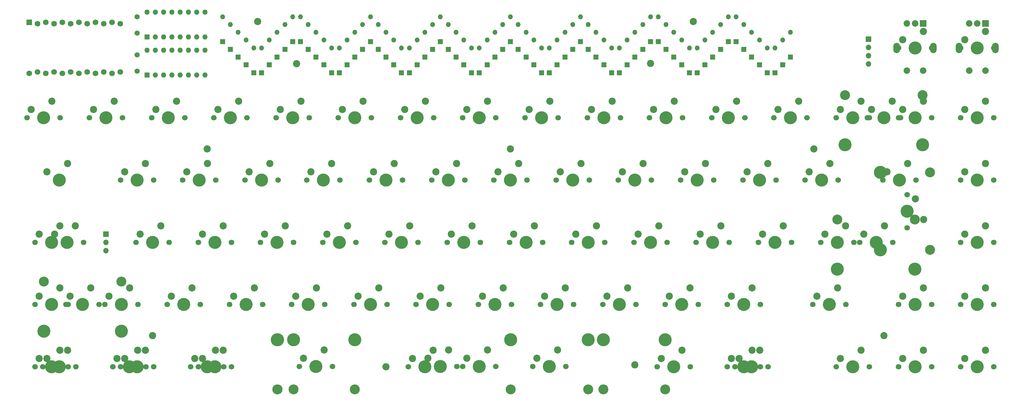
<source format=gbs>
G04 #@! TF.GenerationSoftware,KiCad,Pcbnew,(6.0.0-0)*
G04 #@! TF.CreationDate,2022-10-17T22:42:16+02:00*
G04 #@! TF.ProjectId,lagom,6c61676f-6d2e-46b6-9963-61645f706362,rev?*
G04 #@! TF.SameCoordinates,Original*
G04 #@! TF.FileFunction,Soldermask,Bot*
G04 #@! TF.FilePolarity,Negative*
%FSLAX46Y46*%
G04 Gerber Fmt 4.6, Leading zero omitted, Abs format (unit mm)*
G04 Created by KiCad (PCBNEW (6.0.0-0)) date 2022-10-17 22:42:16*
%MOMM*%
%LPD*%
G01*
G04 APERTURE LIST*
%ADD10C,4.000000*%
%ADD11C,1.700000*%
%ADD12C,2.200000*%
%ADD13C,1.600000*%
%ADD14C,3.050000*%
%ADD15R,1.500000X1.500000*%
%ADD16O,1.500000X1.500000*%
%ADD17R,1.600000X1.600000*%
%ADD18O,1.600000X1.600000*%
%ADD19R,1.700000X1.700000*%
%ADD20O,1.700000X1.700000*%
%ADD21O,2.000000X3.200000*%
%ADD22R,2.000000X2.000000*%
%ADD23C,2.000000*%
%ADD24R,1.752600X1.752600*%
%ADD25C,1.752600*%
G04 APERTURE END LIST*
D10*
X272175000Y-71625000D03*
D11*
X277255000Y-71625000D03*
X267095000Y-71625000D03*
D12*
X274715000Y-66545000D03*
X268365000Y-69085000D03*
D10*
X329475000Y-148025000D03*
D11*
X334555000Y-148025000D03*
X324395000Y-148025000D03*
D12*
X332015000Y-142945000D03*
X325665000Y-145485000D03*
D13*
X90725000Y-40587500D03*
X90725000Y-45587500D03*
D11*
X152952500Y-90725000D03*
X142792500Y-90725000D03*
D10*
X147872500Y-90725000D03*
D12*
X150412500Y-85645000D03*
X144062500Y-88185000D03*
D10*
X319925000Y-71625000D03*
X331825000Y-79865000D03*
D11*
X325005000Y-71625000D03*
D14*
X308025000Y-64625000D03*
D11*
X314845000Y-71625000D03*
D10*
X308025000Y-79865000D03*
D14*
X331825000Y-64625000D03*
D12*
X322465000Y-66545000D03*
X316115000Y-69085000D03*
D10*
X191000000Y-109825000D03*
D11*
X196080000Y-109825000D03*
X185920000Y-109825000D03*
D12*
X193540000Y-104745000D03*
X187190000Y-107285000D03*
D11*
X114905000Y-90725000D03*
X104745000Y-90725000D03*
D10*
X109825000Y-90725000D03*
D12*
X112365000Y-85645000D03*
X106015000Y-88185000D03*
D10*
X303212500Y-128925000D03*
D11*
X308292500Y-128925000D03*
X298132500Y-128925000D03*
D12*
X305752500Y-123845000D03*
X299402500Y-126385000D03*
D15*
X260237500Y-57757500D03*
D16*
X260237500Y-50137500D03*
D11*
X305295000Y-71625000D03*
D10*
X310375000Y-71625000D03*
D11*
X315455000Y-71625000D03*
D12*
X312915000Y-66545000D03*
X306565000Y-69085000D03*
D17*
X93762500Y-46775000D03*
D18*
X96302500Y-46775000D03*
X98842500Y-46775000D03*
X101382500Y-46775000D03*
X103922500Y-46775000D03*
X106462500Y-46775000D03*
X109002500Y-46775000D03*
X111542500Y-46775000D03*
X111542500Y-39155000D03*
X109002500Y-39155000D03*
X106462500Y-39155000D03*
X103922500Y-39155000D03*
X101382500Y-39155000D03*
X98842500Y-39155000D03*
X96302500Y-39155000D03*
X93762500Y-39155000D03*
D11*
X353655000Y-109825000D03*
X343495000Y-109825000D03*
D10*
X348575000Y-109825000D03*
D12*
X351115000Y-104745000D03*
X344765000Y-107285000D03*
D19*
X315175000Y-47445000D03*
D20*
X315175000Y-49985000D03*
X315175000Y-52525000D03*
X315175000Y-55065000D03*
D15*
X288887500Y-55370000D03*
D16*
X288887500Y-47750000D03*
D15*
X219650000Y-55370000D03*
D16*
X219650000Y-47750000D03*
D15*
X212487500Y-55370000D03*
D16*
X212487500Y-47750000D03*
D12*
X112212500Y-81175000D03*
X248300000Y-54912500D03*
D11*
X110130000Y-128925000D03*
X99970000Y-128925000D03*
D10*
X105050000Y-128925000D03*
D12*
X107590000Y-123845000D03*
X101240000Y-126385000D03*
D15*
X157575000Y-52982500D03*
D16*
X157575000Y-45362500D03*
D15*
X210100000Y-52982500D03*
D16*
X210100000Y-45362500D03*
D11*
X291580000Y-109825000D03*
D10*
X286500000Y-109825000D03*
D11*
X281420000Y-109825000D03*
D12*
X289040000Y-104745000D03*
X282690000Y-107285000D03*
D17*
X93762500Y-58487500D03*
D18*
X96302500Y-58487500D03*
X98842500Y-58487500D03*
X101382500Y-58487500D03*
X103922500Y-58487500D03*
X106462500Y-58487500D03*
X109002500Y-58487500D03*
X111542500Y-58487500D03*
X111542500Y-50867500D03*
X109002500Y-50867500D03*
X106462500Y-50867500D03*
X103922500Y-50867500D03*
X101382500Y-50867500D03*
X98842500Y-50867500D03*
X96302500Y-50867500D03*
X93762500Y-50867500D03*
D12*
X298437500Y-81175000D03*
D15*
X243525000Y-52982500D03*
D16*
X243525000Y-45362500D03*
D15*
X286500000Y-57757500D03*
D16*
X286500000Y-50137500D03*
D11*
X167430000Y-128925000D03*
D10*
X162350000Y-128925000D03*
D11*
X157270000Y-128925000D03*
D12*
X164890000Y-123845000D03*
X158540000Y-126385000D03*
D11*
X162045000Y-90725000D03*
X172205000Y-90725000D03*
D10*
X167125000Y-90725000D03*
D12*
X169665000Y-85645000D03*
X163315000Y-88185000D03*
D11*
X56995000Y-71625000D03*
X67155000Y-71625000D03*
D10*
X62075000Y-71625000D03*
D12*
X64615000Y-66545000D03*
X58265000Y-69085000D03*
D10*
X119375000Y-71625000D03*
D11*
X124455000Y-71625000D03*
X114295000Y-71625000D03*
D12*
X121915000Y-66545000D03*
X115565000Y-69085000D03*
D11*
X59382500Y-128925000D03*
X69542500Y-128925000D03*
D10*
X64462500Y-128925000D03*
D12*
X67002500Y-123845000D03*
X60652500Y-126385000D03*
D15*
X253075000Y-50595000D03*
D16*
X253075000Y-42975000D03*
D12*
X205325000Y-81175000D03*
D11*
X271870000Y-148025000D03*
D10*
X276950000Y-148025000D03*
D11*
X282030000Y-148025000D03*
D12*
X279490000Y-142945000D03*
X273140000Y-145485000D03*
D15*
X248300000Y-48207500D03*
D16*
X248300000Y-40587500D03*
D15*
X167125000Y-52982500D03*
D16*
X167125000Y-45362500D03*
D11*
X305905000Y-90725000D03*
X295745000Y-90725000D03*
D10*
X300825000Y-90725000D03*
D12*
X303365000Y-85645000D03*
X297015000Y-88185000D03*
D11*
X138780000Y-109825000D03*
X128620000Y-109825000D03*
D10*
X133700000Y-109825000D03*
D12*
X136240000Y-104745000D03*
X129890000Y-107285000D03*
D15*
X124150000Y-55370000D03*
D16*
X124150000Y-47750000D03*
D10*
X114600000Y-148025000D03*
D11*
X119680000Y-148025000D03*
X109520000Y-148025000D03*
D12*
X117140000Y-142945000D03*
X110790000Y-145485000D03*
D15*
X121762500Y-52982500D03*
D16*
X121762500Y-45362500D03*
D10*
X152800000Y-109825000D03*
D11*
X157880000Y-109825000D03*
X147720000Y-109825000D03*
D12*
X155340000Y-104745000D03*
X148990000Y-107285000D03*
D14*
X157537500Y-155000000D03*
D11*
X140557500Y-148000000D03*
D14*
X133737500Y-155000000D03*
D10*
X157537500Y-139760000D03*
X133737500Y-139760000D03*
X145637500Y-148000000D03*
D11*
X150717500Y-148000000D03*
D12*
X148177500Y-142920000D03*
X141827500Y-145460000D03*
D10*
X157575000Y-71625000D03*
D11*
X152495000Y-71625000D03*
X162655000Y-71625000D03*
D12*
X160115000Y-66545000D03*
X153765000Y-69085000D03*
D15*
X152800000Y-57757500D03*
D16*
X152800000Y-50137500D03*
D11*
X107138750Y-148025000D03*
D10*
X112218750Y-148025000D03*
D11*
X117298750Y-148025000D03*
D12*
X114758750Y-142945000D03*
X108408750Y-145485000D03*
X95500000Y-138480000D03*
D10*
X233975000Y-71625000D03*
D11*
X239055000Y-71625000D03*
X228895000Y-71625000D03*
D12*
X236515000Y-66545000D03*
X230165000Y-69085000D03*
D15*
X164737500Y-50595000D03*
D16*
X164737500Y-42975000D03*
D11*
X91030000Y-128925000D03*
X80870000Y-128925000D03*
D10*
X85950000Y-128925000D03*
D12*
X88490000Y-123845000D03*
X82140000Y-126385000D03*
D11*
X76095000Y-71625000D03*
D10*
X81175000Y-71625000D03*
D11*
X86255000Y-71625000D03*
D12*
X83715000Y-66545000D03*
X77365000Y-69085000D03*
D15*
X179062500Y-52982500D03*
D16*
X179062500Y-45362500D03*
D12*
X127750000Y-42020000D03*
D15*
X193387500Y-57757500D03*
D16*
X193387500Y-50137500D03*
D11*
X191305000Y-90725000D03*
X181145000Y-90725000D03*
D10*
X186225000Y-90725000D03*
D12*
X188765000Y-85645000D03*
X182415000Y-88185000D03*
D15*
X140862500Y-48207500D03*
D16*
X140862500Y-40587500D03*
D15*
X195775000Y-57757500D03*
D16*
X195775000Y-50137500D03*
D11*
X171595000Y-71625000D03*
X181755000Y-71625000D03*
D10*
X176675000Y-71625000D03*
D12*
X179215000Y-66545000D03*
X172865000Y-69085000D03*
D15*
X272175000Y-48207500D03*
D16*
X272175000Y-40587500D03*
D15*
X276950000Y-50595000D03*
D16*
X276950000Y-42975000D03*
D15*
X176675000Y-55370000D03*
D16*
X176675000Y-47750000D03*
D10*
X348575000Y-128925000D03*
D11*
X343495000Y-128925000D03*
X353655000Y-128925000D03*
D12*
X351115000Y-123845000D03*
X344765000Y-126385000D03*
D11*
X176980000Y-109825000D03*
X166820000Y-109825000D03*
D10*
X171900000Y-109825000D03*
D12*
X174440000Y-104745000D03*
X168090000Y-107285000D03*
D15*
X241137500Y-55370000D03*
D16*
X241137500Y-47750000D03*
D15*
X138475000Y-48207500D03*
D16*
X138475000Y-40587500D03*
D11*
X178757500Y-148000000D03*
D10*
X183837500Y-148000000D03*
D14*
X233837500Y-155000000D03*
X133837500Y-155000000D03*
D10*
X133837500Y-139760000D03*
D11*
X188917500Y-148000000D03*
D10*
X233837500Y-139760000D03*
D12*
X186377500Y-142920000D03*
X180027500Y-145460000D03*
D11*
X262930000Y-128925000D03*
D10*
X257850000Y-128925000D03*
D11*
X252770000Y-128925000D03*
D12*
X260390000Y-123845000D03*
X254040000Y-126385000D03*
D11*
X286195000Y-71625000D03*
D10*
X291275000Y-71625000D03*
D11*
X296355000Y-71625000D03*
D12*
X293815000Y-66545000D03*
X287465000Y-69085000D03*
X243525000Y-147462000D03*
D15*
X231587500Y-52982500D03*
D16*
X231587500Y-45362500D03*
D10*
X329475000Y-50137500D03*
D11*
X324395000Y-50137500D03*
X334555000Y-50137500D03*
D12*
X332015000Y-45057500D03*
X325665000Y-47597500D03*
D11*
X186530000Y-128925000D03*
X176370000Y-128925000D03*
D10*
X181450000Y-128925000D03*
D12*
X183990000Y-123845000D03*
X177640000Y-126385000D03*
D15*
X145637500Y-52982500D03*
D16*
X145637500Y-45362500D03*
D15*
X265012500Y-55370000D03*
D16*
X265012500Y-47750000D03*
D15*
X214875000Y-57757500D03*
D16*
X214875000Y-50137500D03*
D10*
X348575000Y-50137500D03*
D11*
X343495000Y-50137500D03*
X353655000Y-50137500D03*
D12*
X351115000Y-45057500D03*
X344765000Y-47597500D03*
D15*
X148025000Y-55370000D03*
D16*
X148025000Y-47750000D03*
D15*
X198162500Y-55370000D03*
D16*
X198162500Y-47750000D03*
D11*
X324395000Y-128925000D03*
D10*
X329475000Y-128925000D03*
D11*
X334555000Y-128925000D03*
D12*
X332015000Y-123845000D03*
X325665000Y-126385000D03*
D11*
X315455000Y-148025000D03*
X305295000Y-148025000D03*
D10*
X310375000Y-148025000D03*
D12*
X312915000Y-142945000D03*
X306565000Y-145485000D03*
D10*
X255462500Y-148025000D03*
D11*
X260542500Y-148025000D03*
X250382500Y-148025000D03*
D12*
X258002500Y-142945000D03*
X251652500Y-145485000D03*
D15*
X269787500Y-50595000D03*
D16*
X269787500Y-42975000D03*
D11*
X133395000Y-71625000D03*
X143555000Y-71625000D03*
D10*
X138475000Y-71625000D03*
D12*
X141015000Y-66545000D03*
X134665000Y-69085000D03*
D10*
X248300000Y-109825000D03*
D11*
X253380000Y-109825000D03*
X243220000Y-109825000D03*
D12*
X250840000Y-104745000D03*
X244490000Y-107285000D03*
D15*
X200550000Y-52982500D03*
D16*
X200550000Y-45362500D03*
D15*
X255462500Y-52982500D03*
D16*
X255462500Y-45362500D03*
D15*
X191000000Y-55370000D03*
D16*
X191000000Y-47750000D03*
D11*
X93417500Y-148025000D03*
D10*
X88337500Y-148025000D03*
D11*
X83257500Y-148025000D03*
D12*
X90877500Y-142945000D03*
X84527500Y-145485000D03*
D15*
X186225000Y-50595000D03*
D16*
X186225000Y-42975000D03*
D11*
X243830000Y-128925000D03*
D10*
X238750000Y-128925000D03*
D11*
X233670000Y-128925000D03*
D12*
X241290000Y-123845000D03*
X234940000Y-126385000D03*
D15*
X162350000Y-48207500D03*
D16*
X162350000Y-40587500D03*
D15*
X279337500Y-52982500D03*
D16*
X279337500Y-45362500D03*
D10*
X305600000Y-109825000D03*
D11*
X300520000Y-109825000D03*
X310680000Y-109825000D03*
D12*
X308140000Y-104745000D03*
X301790000Y-107285000D03*
D11*
X324395000Y-71625000D03*
D10*
X329475000Y-71625000D03*
D11*
X334555000Y-71625000D03*
D12*
X332015000Y-66545000D03*
X325665000Y-69085000D03*
D10*
X348575000Y-71625000D03*
D11*
X353655000Y-71625000D03*
X343495000Y-71625000D03*
D12*
X351115000Y-66545000D03*
X344765000Y-69085000D03*
D15*
X171900000Y-57757500D03*
D16*
X171900000Y-50137500D03*
D15*
X217262500Y-57757500D03*
D16*
X217262500Y-50137500D03*
D10*
X143250000Y-128925000D03*
D11*
X138170000Y-128925000D03*
X148330000Y-128925000D03*
D12*
X145790000Y-123845000D03*
X139440000Y-126385000D03*
X319925000Y-138475000D03*
X167125000Y-148025000D03*
D11*
X329780000Y-90725000D03*
D10*
X324700000Y-90725000D03*
D11*
X319620000Y-90725000D03*
D12*
X327240000Y-85645000D03*
X320890000Y-88185000D03*
D10*
X318847500Y-112175000D03*
D11*
X327087500Y-105355000D03*
D14*
X334087500Y-112175000D03*
X334087500Y-88375000D03*
D11*
X327087500Y-95195000D03*
D10*
X327087500Y-100275000D03*
X318847500Y-88375000D03*
D12*
X332167500Y-102815000D03*
X329627500Y-96465000D03*
D15*
X133700000Y-52982500D03*
D16*
X133700000Y-45362500D03*
D15*
X224425000Y-50595000D03*
D16*
X224425000Y-42975000D03*
D10*
X317537500Y-109825000D03*
D14*
X305637500Y-102825000D03*
D10*
X329437500Y-118065000D03*
D14*
X329437500Y-102825000D03*
D11*
X322617500Y-109825000D03*
D10*
X305637500Y-118065000D03*
D11*
X312457500Y-109825000D03*
D12*
X320077500Y-104745000D03*
X313727500Y-107285000D03*
D11*
X247995000Y-71625000D03*
D10*
X253075000Y-71625000D03*
D11*
X258155000Y-71625000D03*
D12*
X255615000Y-66545000D03*
X249265000Y-69085000D03*
D10*
X100275000Y-71625000D03*
D11*
X105355000Y-71625000D03*
X95195000Y-71625000D03*
D12*
X102815000Y-66545000D03*
X96465000Y-69085000D03*
D15*
X233975000Y-55370000D03*
D16*
X233975000Y-47750000D03*
D11*
X100580000Y-109825000D03*
X90420000Y-109825000D03*
D10*
X95500000Y-109825000D03*
D12*
X98040000Y-104745000D03*
X91690000Y-107285000D03*
D15*
X262625000Y-57757500D03*
D16*
X262625000Y-50137500D03*
D10*
X219650000Y-128925000D03*
D11*
X224730000Y-128925000D03*
X214570000Y-128925000D03*
D12*
X222190000Y-123845000D03*
X215840000Y-126385000D03*
X261460000Y-42020000D03*
D11*
X190695000Y-71625000D03*
X200855000Y-71625000D03*
D10*
X195775000Y-71625000D03*
D12*
X198315000Y-66545000D03*
X191965000Y-69085000D03*
D15*
X250687500Y-48207500D03*
D16*
X250687500Y-40587500D03*
D21*
X323875000Y-50137500D03*
X335075000Y-50137500D03*
D22*
X331975000Y-42637500D03*
D23*
X326975000Y-42637500D03*
X329475000Y-42637500D03*
X326975000Y-57137500D03*
X331975000Y-57137500D03*
D21*
X342975000Y-50137500D03*
X354175000Y-50137500D03*
D22*
X351075000Y-42637500D03*
D23*
X346075000Y-42637500D03*
X348575000Y-42637500D03*
X346075000Y-57137500D03*
X351075000Y-57137500D03*
D15*
X202937500Y-50595000D03*
D16*
X202937500Y-42975000D03*
D15*
X116987500Y-48207500D03*
D16*
X116987500Y-40587500D03*
D10*
X124150000Y-128925000D03*
D11*
X119070000Y-128925000D03*
X129230000Y-128925000D03*
D12*
X126690000Y-123845000D03*
X120340000Y-126385000D03*
D11*
X219955000Y-71625000D03*
D10*
X214875000Y-71625000D03*
D11*
X209795000Y-71625000D03*
D12*
X217415000Y-66545000D03*
X211065000Y-69085000D03*
D15*
X205325000Y-48207500D03*
D16*
X205325000Y-40587500D03*
D15*
X143250000Y-50595000D03*
D16*
X143250000Y-42975000D03*
D11*
X286805000Y-90725000D03*
X276645000Y-90725000D03*
D10*
X281725000Y-90725000D03*
D12*
X284265000Y-85645000D03*
X277915000Y-88185000D03*
D11*
X257545000Y-90725000D03*
X267705000Y-90725000D03*
D10*
X262625000Y-90725000D03*
D12*
X265165000Y-85645000D03*
X258815000Y-88185000D03*
D11*
X59382500Y-109825000D03*
X69542500Y-109825000D03*
D10*
X64462500Y-109825000D03*
D12*
X67002500Y-104745000D03*
X60652500Y-107285000D03*
D15*
X131312500Y-55370000D03*
D16*
X131312500Y-47750000D03*
D11*
X190695000Y-148000000D03*
D14*
X138775000Y-155000000D03*
D10*
X195775000Y-148000000D03*
D11*
X200855000Y-148000000D03*
D14*
X252775000Y-155000000D03*
D10*
X138775000Y-139760000D03*
X252775000Y-139760000D03*
D12*
X198315000Y-142920000D03*
X191965000Y-145460000D03*
D10*
X210100000Y-109825000D03*
D11*
X215180000Y-109825000D03*
X205020000Y-109825000D03*
D12*
X212640000Y-104745000D03*
X206290000Y-107285000D03*
D10*
X229200000Y-109825000D03*
D11*
X224120000Y-109825000D03*
X234280000Y-109825000D03*
D12*
X231740000Y-104745000D03*
X225390000Y-107285000D03*
D11*
X200245000Y-90725000D03*
X210405000Y-90725000D03*
D10*
X205325000Y-90725000D03*
D12*
X207865000Y-85645000D03*
X201515000Y-88185000D03*
D10*
X348575000Y-90725000D03*
D11*
X343495000Y-90725000D03*
X353655000Y-90725000D03*
D12*
X351115000Y-85645000D03*
X344765000Y-88185000D03*
D11*
X274257500Y-148025000D03*
D10*
X279337500Y-148025000D03*
D11*
X284417500Y-148025000D03*
D12*
X281877500Y-142945000D03*
X275527500Y-145485000D03*
D10*
X66850000Y-148025000D03*
D11*
X71930000Y-148025000D03*
X61770000Y-148025000D03*
D12*
X69390000Y-142945000D03*
X63040000Y-145485000D03*
D10*
X85912500Y-137165000D03*
X74012500Y-128925000D03*
D14*
X85912500Y-121925000D03*
X62112500Y-121925000D03*
D10*
X62112500Y-137165000D03*
D11*
X68932500Y-128925000D03*
X79092500Y-128925000D03*
D12*
X76552500Y-123845000D03*
X70202500Y-126385000D03*
D15*
X159962500Y-50595000D03*
D16*
X159962500Y-42975000D03*
D11*
X271870000Y-128925000D03*
D10*
X276950000Y-128925000D03*
D11*
X282030000Y-128925000D03*
D12*
X279490000Y-123845000D03*
X273140000Y-126385000D03*
D10*
X224425000Y-90725000D03*
D11*
X229505000Y-90725000D03*
X219345000Y-90725000D03*
D12*
X226965000Y-85645000D03*
X220615000Y-88185000D03*
D15*
X281725000Y-55370000D03*
D16*
X281725000Y-47750000D03*
D15*
X126537500Y-57757500D03*
D16*
X126537500Y-50137500D03*
D11*
X123845000Y-90725000D03*
X134005000Y-90725000D03*
D10*
X128925000Y-90725000D03*
D12*
X131465000Y-85645000D03*
X125115000Y-88185000D03*
D15*
X229200000Y-50595000D03*
D16*
X229200000Y-42975000D03*
D15*
X284112500Y-57757500D03*
D16*
X284112500Y-50137500D03*
D15*
X183837500Y-48207500D03*
D16*
X183837500Y-40587500D03*
D15*
X169512500Y-55370000D03*
D16*
X169512500Y-47750000D03*
D15*
X291275000Y-52982500D03*
D16*
X291275000Y-45362500D03*
D11*
X353655000Y-148025000D03*
D10*
X348575000Y-148025000D03*
D11*
X343495000Y-148025000D03*
D12*
X351115000Y-142945000D03*
X344765000Y-145485000D03*
D11*
X262320000Y-109825000D03*
X272480000Y-109825000D03*
D10*
X267400000Y-109825000D03*
D12*
X269940000Y-104745000D03*
X263590000Y-107285000D03*
D15*
X222037500Y-52982500D03*
D16*
X222037500Y-45362500D03*
D12*
X139680000Y-54960000D03*
D15*
X267400000Y-52982500D03*
D16*
X267400000Y-45362500D03*
D10*
X90725000Y-148025000D03*
D11*
X95805000Y-148025000D03*
X85645000Y-148025000D03*
D12*
X93265000Y-142945000D03*
X86915000Y-145485000D03*
D15*
X128925000Y-57757500D03*
D16*
X128925000Y-50137500D03*
D13*
X90725000Y-52300000D03*
X90725000Y-57300000D03*
D11*
X248605000Y-90725000D03*
D10*
X243525000Y-90725000D03*
D11*
X238445000Y-90725000D03*
D12*
X246065000Y-85645000D03*
X239715000Y-88185000D03*
D11*
X173982500Y-148025000D03*
D10*
X179062500Y-148025000D03*
D11*
X184142500Y-148025000D03*
D12*
X181602500Y-142945000D03*
X175252500Y-145485000D03*
D10*
X200550000Y-128925000D03*
D11*
X195470000Y-128925000D03*
X205630000Y-128925000D03*
D12*
X203090000Y-123845000D03*
X196740000Y-126385000D03*
D15*
X226812500Y-48207500D03*
D16*
X226812500Y-40587500D03*
D15*
X257850000Y-55370000D03*
D16*
X257850000Y-47750000D03*
D10*
X66850000Y-90725000D03*
D12*
X69390000Y-85645000D03*
X63040000Y-88185000D03*
D11*
X59382500Y-148025000D03*
D10*
X64462500Y-148025000D03*
D11*
X69542500Y-148025000D03*
D12*
X67002500Y-142945000D03*
X60652500Y-145485000D03*
D15*
X136087500Y-50595000D03*
D16*
X136087500Y-42975000D03*
D15*
X274562500Y-48207500D03*
D16*
X274562500Y-40587500D03*
D15*
X181450000Y-50595000D03*
D16*
X181450000Y-42975000D03*
D15*
X155187500Y-55370000D03*
D16*
X155187500Y-47750000D03*
D15*
X236362500Y-57757500D03*
D16*
X236362500Y-50137500D03*
D15*
X207712500Y-50595000D03*
D16*
X207712500Y-42975000D03*
D15*
X238750000Y-57757500D03*
D16*
X238750000Y-50137500D03*
D11*
X74317500Y-109825000D03*
X64157500Y-109825000D03*
D10*
X69237500Y-109825000D03*
D12*
X71777500Y-104745000D03*
X65427500Y-107285000D03*
D15*
X150412500Y-57757500D03*
D16*
X150412500Y-50137500D03*
D15*
X188612500Y-52982500D03*
D16*
X188612500Y-45362500D03*
D15*
X174287500Y-57757500D03*
D16*
X174287500Y-50137500D03*
D14*
X229162500Y-154970000D03*
X205362500Y-154970000D03*
D11*
X222342500Y-147970000D03*
D10*
X217262500Y-147970000D03*
X229162500Y-139730000D03*
D11*
X212182500Y-147970000D03*
D10*
X205362500Y-139730000D03*
D12*
X219802500Y-142890000D03*
X213452500Y-145430000D03*
D10*
X90725000Y-90725000D03*
D11*
X85645000Y-90725000D03*
X95805000Y-90725000D03*
D12*
X93265000Y-85645000D03*
X86915000Y-88185000D03*
D15*
X119375000Y-50595000D03*
D16*
X119375000Y-42975000D03*
D11*
X119680000Y-109825000D03*
D10*
X114600000Y-109825000D03*
D11*
X109520000Y-109825000D03*
D12*
X117140000Y-104745000D03*
X110790000Y-107285000D03*
D15*
X245912500Y-50595000D03*
D16*
X245912500Y-42975000D03*
D24*
X57655000Y-42288900D03*
D25*
X60195000Y-42746100D03*
X62735000Y-42288900D03*
X65275000Y-42746100D03*
X67815000Y-42288900D03*
X70355000Y-42746100D03*
X72895000Y-42288900D03*
X75435000Y-42746100D03*
X77975000Y-42288900D03*
X80515000Y-42746100D03*
X83055000Y-42288900D03*
X85595000Y-42746100D03*
X85595000Y-57528900D03*
X83055000Y-57986100D03*
X80515000Y-57528900D03*
X77975000Y-57986100D03*
X75435000Y-57528900D03*
X72895000Y-57986100D03*
X70355000Y-57528900D03*
X67815000Y-57986100D03*
X65275000Y-57528900D03*
X62735000Y-57986100D03*
X60195000Y-57528900D03*
X57655000Y-57986100D03*
D19*
X81175000Y-107285000D03*
D20*
X81175000Y-109825000D03*
X81175000Y-112365000D03*
M02*

</source>
